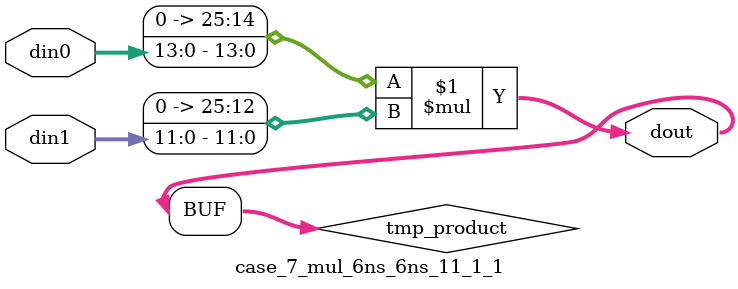
<source format=v>

`timescale 1 ns / 1 ps

 (* use_dsp = "no" *)  module case_7_mul_6ns_6ns_11_1_1(din0, din1, dout);
parameter ID = 1;
parameter NUM_STAGE = 0;
parameter din0_WIDTH = 14;
parameter din1_WIDTH = 12;
parameter dout_WIDTH = 26;

input [din0_WIDTH - 1 : 0] din0; 
input [din1_WIDTH - 1 : 0] din1; 
output [dout_WIDTH - 1 : 0] dout;

wire signed [dout_WIDTH - 1 : 0] tmp_product;
























assign tmp_product = $signed({1'b0, din0}) * $signed({1'b0, din1});











assign dout = tmp_product;





















endmodule

</source>
